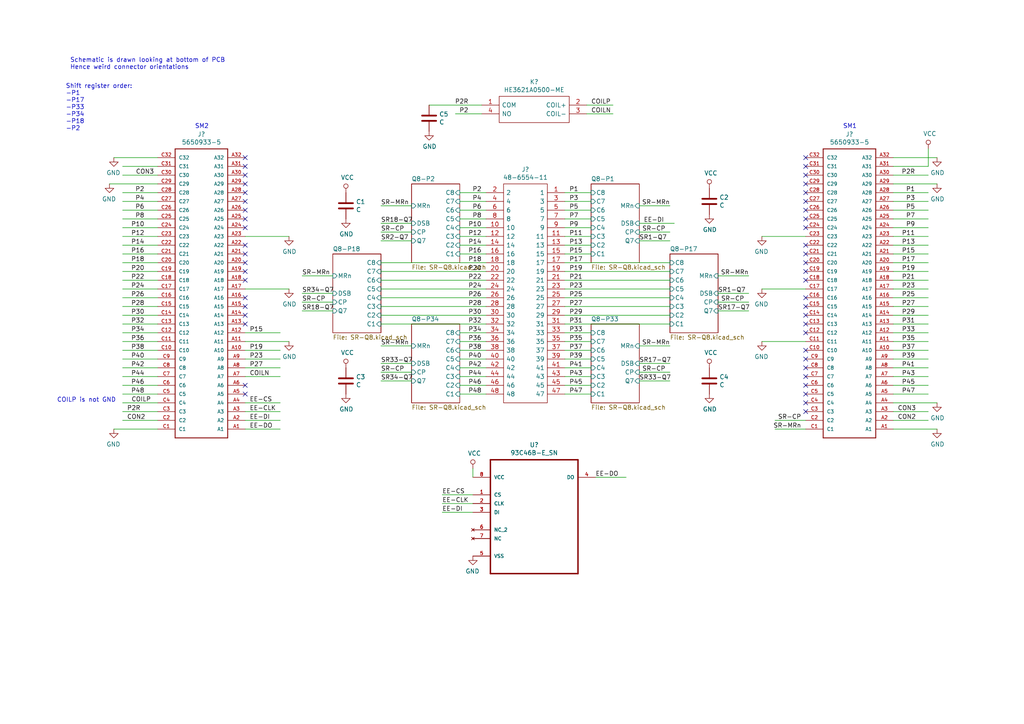
<source format=kicad_sch>
(kicad_sch (version 20211123) (generator eeschema)
  (paper "A4")
  (title_block (date "2019-05-03"))
  (lib_symbols
    (symbol "conn:5650933-5" (pin_names (offset 1.016))
      (property "Reference" "J" (at -7.62 43.815 0))
      (property "Value" "5650933-5" (at -7.62 -43.18 0))
      (symbol "5650933-5_0_0"
        (polyline (pts (xy -7.62 -40.64) (xy -7.62 43.18)) (stroke (width 0.254)))
        (polyline (pts (xy -7.62 43.18) (xy 7.62 43.18)) (stroke (width 0.254)))
        (polyline (pts (xy 7.62 -40.64) (xy -7.62 -40.64)) (stroke (width 0.254)))
        (polyline (pts (xy 7.62 43.18) (xy 7.62 -40.64)) (stroke (width 0.254)))
        (pin passive line (at -12.7 40.64 0) (length 5.08) (name "A1") (number "A1"))
        (pin passive line (at -12.7 17.78 0) (length 5.08) (name "A10") (number "A10"))
        (pin passive line (at -12.7 15.24 0) (length 5.08) (name "A11") (number "A11"))
        (pin passive line (at -12.7 12.7 0) (length 5.08) (name "A12") (number "A12"))
        (pin passive line (at -12.7 10.16 0) (length 5.08) (name "A13") (number "A13"))
        (pin passive line (at -12.7 7.62 0) (length 5.08) (name "A14") (number "A14"))
        (pin passive line (at -12.7 5.08 0) (length 5.08) (name "A15") (number "A15"))
        (pin passive line (at -12.7 2.54 0) (length 5.08) (name "A16") (number "A16"))
        (pin passive line (at -12.7 0 0) (length 5.08) (name "A17") (number "A17"))
        (pin passive line (at -12.7 -2.54 0) (length 5.08) (name "A18") (number "A18"))
        (pin passive line (at -12.7 -5.08 0) (length 5.08) (name "A19") (number "A19"))
        (pin passive line (at -12.7 38.1 0) (length 5.08) (name "A2") (number "A2"))
        (pin passive line (at -12.7 -7.62 0) (length 5.08) (name "A20") (number "A20"))
        (pin passive line (at -12.7 -10.16 0) (length 5.08) (name "A21") (number "A21"))
        (pin passive line (at -12.7 -12.7 0) (length 5.08) (name "A22") (number "A22"))
        (pin passive line (at -12.7 -15.24 0) (length 5.08) (name "A23") (number "A23"))
        (pin passive line (at -12.7 -17.78 0) (length 5.08) (name "A24") (number "A24"))
        (pin passive line (at -12.7 -20.32 0) (length 5.08) (name "A25") (number "A25"))
        (pin passive line (at -12.7 -22.86 0) (length 5.08) (name "A26") (number "A26"))
        (pin passive line (at -12.7 -25.4 0) (length 5.08) (name "A27") (number "A27"))
        (pin passive line (at -12.7 -27.94 0) (length 5.08) (name "A28") (number "A28"))
        (pin passive line (at -12.7 -30.48 0) (length 5.08) (name "A29") (number "A29"))
        (pin passive line (at -12.7 35.56 0) (length 5.08) (name "A3") (number "A3"))
        (pin passive line (at -12.7 -33.02 0) (length 5.08) (name "A30") (number "A30"))
        (pin passive line (at -12.7 -35.56 0) (length 5.08) (name "A31") (number "A31"))
        (pin passive line (at -12.7 -38.1 0) (length 5.08) (name "A32") (number "A32"))
        (pin passive line (at -12.7 33.02 0) (length 5.08) (name "A4") (number "A4"))
        (pin passive line (at -12.7 30.48 0) (length 5.08) (name "A5") (number "A5"))
        (pin passive line (at -12.7 27.94 0) (length 5.08) (name "A6") (number "A6"))
        (pin passive line (at -12.7 25.4 0) (length 5.08) (name "A7") (number "A7"))
        (pin passive line (at -12.7 22.86 0) (length 5.08) (name "A8") (number "A8"))
        (pin passive line (at -12.7 20.32 0) (length 5.08) (name "A9") (number "A9"))
        (pin passive line (at 12.7 40.64 180) (length 5.08) (name "C1") (number "C1"))
        (pin passive line (at 12.7 17.78 180) (length 5.08) (name "C10") (number "C10"))
        (pin passive line (at 12.7 15.24 180) (length 5.08) (name "C11") (number "C11"))
        (pin passive line (at 12.7 12.7 180) (length 5.08) (name "C12") (number "C12"))
        (pin passive line (at 12.7 10.16 180) (length 5.08) (name "C13") (number "C13"))
        (pin passive line (at 12.7 7.62 180) (length 5.08) (name "C14") (number "C14"))
        (pin passive line (at 12.7 5.08 180) (length 5.08) (name "C15") (number "C15"))
        (pin passive line (at 12.7 2.54 180) (length 5.08) (name "C16") (number "C16"))
        (pin passive line (at 12.7 0 180) (length 5.08) (name "C17") (number "C17"))
        (pin passive line (at 12.7 -2.54 180) (length 5.08) (name "C18") (number "C18"))
        (pin passive line (at 12.7 -5.08 180) (length 5.08) (name "C19") (number "C19"))
        (pin passive line (at 12.7 38.1 180) (length 5.08) (name "C2") (number "C2"))
        (pin passive line (at 12.7 -7.62 180) (length 5.08) (name "C20") (number "C20"))
        (pin passive line (at 12.7 -10.16 180) (length 5.08) (name "C21") (number "C21"))
        (pin passive line (at 12.7 -12.7 180) (length 5.08) (name "C22") (number "C22"))
        (pin passive line (at 12.7 -15.24 180) (length 5.08) (name "C23") (number "C23"))
        (pin passive line (at 12.7 -17.78 180) (length 5.08) (name "C24") (number "C24"))
        (pin passive line (at 12.7 -20.32 180) (length 5.08) (name "C25") (number "C25"))
        (pin passive line (at 12.7 -22.86 180) (length 5.08) (name "C26") (number "C26"))
        (pin passive line (at 12.7 -25.4 180) (length 5.08) (name "C27") (number "C27"))
        (pin passive line (at 12.7 -27.94 180) (length 5.08) (name "C28") (number "C28"))
        (pin passive line (at 12.7 -30.48 180) (length 5.08) (name "C29") (number "C29"))
        (pin passive line (at 12.7 35.56 180) (length 5.08) (name "C3") (number "C3"))
        (pin passive line (at 12.7 -33.02 180) (length 5.08) (name "C30") (number "C30"))
        (pin passive line (at 12.7 -35.56 180) (length 5.08) (name "C31") (number "C31"))
        (pin passive line (at 12.7 -38.1 180) (length 5.08) (name "C32") (number "C32"))
        (pin passive line (at 12.7 33.02 180) (length 5.08) (name "C4") (number "C4"))
        (pin passive line (at 12.7 30.48 180) (length 5.08) (name "C5") (number "C5"))
        (pin passive line (at 12.7 27.94 180) (length 5.08) (name "C6") (number "C6"))
        (pin passive line (at 12.7 25.4 180) (length 5.08) (name "C7") (number "C7"))
        (pin passive line (at 12.7 22.86 180) (length 5.08) (name "C8") (number "C8"))
        (pin passive line (at 12.7 20.32 180) (length 5.08) (name "C9") (number "C9"))
      )
    )
    (symbol "relay:HE3621A0500-ME" (pin_names (offset 0.762))
      (property "Reference" "K" (at 26.67 7.62 0))
      (property "Value" "HE3621A0500-ME" (at 26.67 5.08 0))
      (symbol "HE3621A0500-ME_0_0"
        (pin bidirectional line (at 0 0 0) (length 5.08) (name "COM") (number "1"))
        (pin bidirectional line (at 30.48 0 180) (length 5.08) (name "COIL+") (number "2"))
        (pin bidirectional line (at 30.48 -2.54 180) (length 5.08) (name "COIL-") (number "3"))
        (pin bidirectional line (at 0 -2.54 0) (length 5.08) (name "NO") (number "4"))
      )
      (symbol "HE3621A0500-ME_0_1"
        (polyline (pts (xy 5.08 2.54) (xy 25.4 2.54) (xy 25.4 -5.08) (xy 5.08 -5.08) (xy 5.08 2.54)) (stroke (width 0.1524)))
      )
    )
    (symbol "sm48d-rescue:48-6554-11-socket" (pin_names (offset 0.762))
      (property "Reference" "J" (at 19.05 7.62 0))
      (property "Value" "48-6554-11-socket" (at 19.05 5.08 0))
      (symbol "48-6554-11-socket_0_0"
        (pin bidirectional line (at 0 0 0) (length 5.08) (name "1") (number "1"))
        (pin bidirectional line (at 22.86 -10.16 180) (length 5.08) (name "10") (number "10"))
        (pin bidirectional line (at 0 -12.7 0) (length 5.08) (name "11") (number "11"))
        (pin bidirectional line (at 22.86 -12.7 180) (length 5.08) (name "12") (number "12"))
        (pin bidirectional line (at 0 -15.24 0) (length 5.08) (name "13") (number "13"))
        (pin bidirectional line (at 22.86 -15.24 180) (length 5.08) (name "14") (number "14"))
        (pin bidirectional line (at 0 -17.78 0) (length 5.08) (name "15") (number "15"))
        (pin bidirectional line (at 22.86 -17.78 180) (length 5.08) (name "16") (number "16"))
        (pin bidirectional line (at 0 -20.32 0) (length 5.08) (name "17") (number "17"))
        (pin bidirectional line (at 22.86 -20.32 180) (length 5.08) (name "18") (number "18"))
        (pin bidirectional line (at 0 -22.86 0) (length 5.08) (name "19") (number "19"))
        (pin bidirectional line (at 22.86 0 180) (length 5.08) (name "2") (number "2"))
        (pin bidirectional line (at 22.86 -22.86 180) (length 5.08) (name "20") (number "20"))
        (pin bidirectional line (at 0 -25.4 0) (length 5.08) (name "21") (number "21"))
        (pin bidirectional line (at 22.86 -25.4 180) (length 5.08) (name "22") (number "22"))
        (pin bidirectional line (at 0 -27.94 0) (length 5.08) (name "23") (number "23"))
        (pin bidirectional line (at 22.86 -27.94 180) (length 5.08) (name "24") (number "24"))
        (pin bidirectional line (at 0 -30.48 0) (length 5.08) (name "25") (number "25"))
        (pin bidirectional line (at 22.86 -30.48 180) (length 5.08) (name "26") (number "26"))
        (pin bidirectional line (at 0 -33.02 0) (length 5.08) (name "27") (number "27"))
        (pin bidirectional line (at 22.86 -33.02 180) (length 5.08) (name "28") (number "28"))
        (pin bidirectional line (at 0 -35.56 0) (length 5.08) (name "29") (number "29"))
        (pin bidirectional line (at 0 -2.54 0) (length 5.08) (name "3") (number "3"))
        (pin bidirectional line (at 22.86 -35.56 180) (length 5.08) (name "30") (number "30"))
        (pin bidirectional line (at 0 -38.1 0) (length 5.08) (name "31") (number "31"))
        (pin bidirectional line (at 22.86 -38.1 180) (length 5.08) (name "32") (number "32"))
        (pin bidirectional line (at 0 -40.64 0) (length 5.08) (name "33") (number "33"))
        (pin bidirectional line (at 22.86 -40.64 180) (length 5.08) (name "34") (number "34"))
        (pin bidirectional line (at 0 -43.18 0) (length 5.08) (name "35") (number "35"))
        (pin bidirectional line (at 22.86 -43.18 180) (length 5.08) (name "36") (number "36"))
        (pin bidirectional line (at 0 -45.72 0) (length 5.08) (name "37") (number "37"))
        (pin bidirectional line (at 22.86 -45.72 180) (length 5.08) (name "38") (number "38"))
        (pin bidirectional line (at 0 -48.26 0) (length 5.08) (name "39") (number "39"))
        (pin bidirectional line (at 22.86 -2.54 180) (length 5.08) (name "4") (number "4"))
        (pin bidirectional line (at 22.86 -48.26 180) (length 5.08) (name "40") (number "40"))
        (pin bidirectional line (at 0 -5.08 0) (length 5.08) (name "5") (number "5"))
        (pin bidirectional line (at 22.86 -5.08 180) (length 5.08) (name "6") (number "6"))
        (pin bidirectional line (at 0 -7.62 0) (length 5.08) (name "7") (number "7"))
        (pin bidirectional line (at 22.86 -7.62 180) (length 5.08) (name "8") (number "8"))
        (pin bidirectional line (at 0 -10.16 0) (length 5.08) (name "9") (number "9"))
      )
      (symbol "48-6554-11-socket_0_1"
        (rectangle (start 5.08 2.54) (end 17.78 -60.96))
      )
      (symbol "48-6554-11-socket_1_1"
        (pin bidirectional line (at 0 -50.8 0) (length 5.08) (name "41") (number "41"))
        (pin bidirectional line (at 22.86 -50.8 180) (length 5.08) (name "42") (number "42"))
        (pin bidirectional line (at 0 -53.34 0) (length 5.08) (name "43") (number "43"))
        (pin bidirectional line (at 22.86 -53.34 180) (length 5.08) (name "44") (number "44"))
        (pin bidirectional line (at 0 -55.88 0) (length 5.08) (name "45") (number "45"))
        (pin bidirectional line (at 22.86 -55.88 180) (length 5.08) (name "46") (number "46"))
        (pin bidirectional line (at 0 -58.42 0) (length 5.08) (name "47") (number "47"))
        (pin bidirectional line (at 22.86 -58.42 180) (length 5.08) (name "48") (number "48"))
      )
    )
    (symbol "sm48d-rescue:93C46B-E_SN-eeprom" (pin_names (offset 1.016))
      (property "Reference" "U" (at -5.2832 14.732 0))
      (property "Value" "93C46B-E_SN-eeprom" (at -5.9436 -22.7584 0))
      (symbol "93C46B-E_SN-eeprom_0_0"
        (polyline (pts (xy -12.7 -20.32) (xy 12.7 -20.32)) (stroke (width 0.4064)))
        (polyline (pts (xy -12.7 12.7) (xy -12.7 -20.32)) (stroke (width 0.4064)))
        (polyline (pts (xy 12.7 -20.32) (xy 12.7 12.7)) (stroke (width 0.4064)))
        (polyline (pts (xy 12.7 12.7) (xy -12.7 12.7)) (stroke (width 0.4064)))
        (pin input line (at -17.78 2.54 0) (length 5.08) (name "CS") (number "1"))
        (pin input line (at -17.78 0 0) (length 5.08) (name "CLK") (number "2"))
        (pin input line (at -17.78 -2.54 0) (length 5.08) (name "DI") (number "3"))
        (pin output line (at 17.78 7.62 180) (length 5.08) (name "DO") (number "4"))
        (pin passive line (at -17.78 -15.24 0) (length 5.08) (name "VSS") (number "5"))
        (pin no_connect line (at -17.78 -7.62 0) (length 5.08) (name "NC_2") (number "6"))
        (pin no_connect line (at -17.78 -10.16 0) (length 5.08) (name "NC") (number "7"))
        (pin power_in line (at -17.78 7.62 0) (length 5.08) (name "VCC") (number "8"))
      )
    )
    (symbol "sm48d-rescue:C-Device" (pin_numbers hide) (pin_names (offset 0.254))
      (property "Reference" "C" (at 0.635 2.54 0))
      (property "Value" "C-Device" (at 0.635 -2.54 0))
      (symbol "C-Device_0_1"
        (polyline (pts (xy -2.032 -0.762) (xy 2.032 -0.762)) (stroke (width 0.508)))
        (polyline (pts (xy -2.032 0.762) (xy 2.032 0.762)) (stroke (width 0.508)))
      )
      (symbol "C-Device_1_1"
        (pin passive line (at 0 3.81 270) (length 2.794) (name "~") (number "1"))
        (pin passive line (at 0 -3.81 90) (length 2.794) (name "~") (number "2"))
      )
    )
    (symbol "sm48d-rescue:GND-power" (power) (pin_names (offset 0))
      (property "Value" "GND-power" (at 0 -3.81 0))
      (symbol "GND-power_0_1"
        (polyline (pts (xy 0 0) (xy 0 -1.27) (xy 1.27 -1.27) (xy 0 -2.54) (xy -1.27 -1.27) (xy 0 -1.27)))
      )
      (symbol "GND-power_1_1"
        (pin power_in line (at 0 0 270) (length 0) hide (name "GND") (number "1"))
      )
    )
    (symbol "sm48d-rescue:VCC-power" (power) (pin_names (offset 0))
      (property "Value" "VCC-power" (at 0 3.81 0))
      (symbol "VCC-power_0_1"
        (polyline (pts (xy 0 0) (xy 0 1.27)))
        (circle (center 0 1.905) (radius 0.635))
      )
      (symbol "VCC-power_1_1"
        (pin power_in line (at 0 0 90) (length 0) hide (name "VCC") (number "1"))
      )
    )
  )
  (no_connect (at 233.68 93.98))
  (no_connect (at 71.12 55.88))
  (no_connect (at 233.68 109.22))
  (no_connect (at 71.12 91.44))
  (no_connect (at 71.12 60.96))
  (no_connect (at 71.12 81.28))
  (no_connect (at 71.12 50.8))
  (no_connect (at 233.68 50.8))
  (no_connect (at 71.12 58.42))
  (no_connect (at 233.68 91.44))
  (no_connect (at 233.68 48.26))
  (no_connect (at 71.12 78.74))
  (no_connect (at 71.12 93.98))
  (no_connect (at 71.12 76.2))
  (no_connect (at 71.12 53.34))
  (no_connect (at 71.12 71.12))
  (no_connect (at 233.68 60.96))
  (no_connect (at 233.68 78.74))
  (no_connect (at 233.68 45.72))
  (no_connect (at 233.68 106.68))
  (no_connect (at 233.68 111.76))
  (no_connect (at 233.68 73.66))
  (no_connect (at 71.12 88.9))
  (no_connect (at 233.68 63.5))
  (no_connect (at 233.68 66.04))
  (no_connect (at 233.68 58.42))
  (no_connect (at 233.68 101.6))
  (no_connect (at 71.12 48.26))
  (no_connect (at 71.12 111.76))
  (no_connect (at 233.68 55.88))
  (no_connect (at 233.68 76.2))
  (no_connect (at 233.68 114.3))
  (no_connect (at 71.12 73.66))
  (no_connect (at 71.12 86.36))
  (no_connect (at 233.68 86.36))
  (no_connect (at 233.68 88.9))
  (no_connect (at 71.12 45.72))
  (no_connect (at 233.68 71.12))
  (no_connect (at 71.12 63.5))
  (no_connect (at 233.68 81.28))
  (no_connect (at 233.68 96.52))
  (no_connect (at 233.68 116.84))
  (no_connect (at 71.12 114.3))
  (no_connect (at 71.12 66.04))
  (no_connect (at 233.68 104.14))
  (no_connect (at 233.68 53.34))
  (no_connect (at 233.68 119.38))
  (wire (pts (xy 35.56 106.68) (xy 45.72 106.68)))
  (wire (pts (xy 35.56 76.2) (xy 45.72 76.2)))
  (wire (pts (xy 259.08 104.14) (xy 269.24 104.14)))
  (wire (pts (xy 35.56 101.6) (xy 45.72 101.6)))
  (wire (pts (xy 259.08 119.38) (xy 269.24 119.38)))
  (wire (pts (xy 110.49 86.36) (xy 140.97 86.36)))
  (wire (pts (xy 71.12 83.82) (xy 83.82 83.82)))
  (wire (pts (xy 35.56 58.42) (xy 45.72 58.42)))
  (wire (pts (xy 163.83 68.58) (xy 171.45 68.58)))
  (wire (pts (xy 259.08 71.12) (xy 269.24 71.12)))
  (wire (pts (xy 140.97 106.68) (xy 133.35 106.68)))
  (wire (pts (xy 140.97 111.76) (xy 133.35 111.76)))
  (wire (pts (xy 163.83 83.82) (xy 194.31 83.82)))
  (wire (pts (xy 170.18 30.48) (xy 177.8 30.48)))
  (wire (pts (xy 71.12 99.06) (xy 83.82 99.06)))
  (wire (pts (xy 35.56 96.52) (xy 45.72 96.52)))
  (wire (pts (xy 163.83 96.52) (xy 171.45 96.52)))
  (wire (pts (xy 110.49 110.49) (xy 119.38 110.49)))
  (wire (pts (xy 33.02 45.72) (xy 45.72 45.72)))
  (wire (pts (xy 259.08 48.26) (xy 269.24 48.26)))
  (wire (pts (xy 259.08 78.74) (xy 269.24 78.74)))
  (wire (pts (xy 185.42 64.77) (xy 195.58 64.77)))
  (wire (pts (xy 163.83 55.88) (xy 171.45 55.88)))
  (wire (pts (xy 259.08 114.3) (xy 269.24 114.3)))
  (wire (pts (xy 271.78 53.34) (xy 259.08 53.34)))
  (wire (pts (xy 35.56 71.12) (xy 45.72 71.12)))
  (wire (pts (xy 259.08 86.36) (xy 269.24 86.36)))
  (wire (pts (xy 140.97 71.12) (xy 133.35 71.12)))
  (wire (pts (xy 140.97 55.88) (xy 133.35 55.88)))
  (wire (pts (xy 259.08 111.76) (xy 269.24 111.76)))
  (wire (pts (xy 140.97 93.98) (xy 110.49 93.98)))
  (wire (pts (xy 140.97 104.14) (xy 133.35 104.14)))
  (wire (pts (xy 71.12 116.84) (xy 81.28 116.84)))
  (wire (pts (xy 124.46 30.48) (xy 139.7 30.48)))
  (wire (pts (xy 140.97 58.42) (xy 133.35 58.42)))
  (wire (pts (xy 170.18 33.02) (xy 177.8 33.02)))
  (wire (pts (xy 233.68 83.82) (xy 220.98 83.82)))
  (wire (pts (xy 224.79 121.92) (xy 233.68 121.92)))
  (wire (pts (xy 163.83 63.5) (xy 171.45 63.5)))
  (wire (pts (xy 259.08 106.68) (xy 269.24 106.68)))
  (wire (pts (xy 259.08 96.52) (xy 269.24 96.52)))
  (wire (pts (xy 194.31 91.44) (xy 163.83 91.44)))
  (wire (pts (xy 128.27 143.51) (xy 137.16 143.51)))
  (wire (pts (xy 259.08 99.06) (xy 269.24 99.06)))
  (wire (pts (xy 140.97 114.3) (xy 133.35 114.3)))
  (wire (pts (xy 35.56 78.74) (xy 45.72 78.74)))
  (wire (pts (xy 35.56 73.66) (xy 45.72 73.66)))
  (wire (pts (xy 140.97 63.5) (xy 133.35 63.5)))
  (wire (pts (xy 259.08 68.58) (xy 269.24 68.58)))
  (wire (pts (xy 110.49 105.41) (xy 119.38 105.41)))
  (wire (pts (xy 71.12 119.38) (xy 81.28 119.38)))
  (wire (pts (xy 71.12 106.68) (xy 81.28 106.68)))
  (wire (pts (xy 259.08 55.88) (xy 269.24 55.88)))
  (wire (pts (xy 233.68 99.06) (xy 220.98 99.06)))
  (wire (pts (xy 71.12 109.22) (xy 81.28 109.22)))
  (wire (pts (xy 140.97 88.9) (xy 110.49 88.9)))
  (wire (pts (xy 233.68 68.58) (xy 220.98 68.58)))
  (wire (pts (xy 110.49 91.44) (xy 140.97 91.44)))
  (wire (pts (xy 185.42 69.85) (xy 194.31 69.85)))
  (wire (pts (xy 110.49 107.95) (xy 119.38 107.95)))
  (wire (pts (xy 71.12 121.92) (xy 81.28 121.92)))
  (wire (pts (xy 110.49 76.2) (xy 140.97 76.2)))
  (wire (pts (xy 185.42 67.31) (xy 194.31 67.31)))
  (wire (pts (xy 172.72 138.43) (xy 181.61 138.43)))
  (wire (pts (xy 163.83 93.98) (xy 194.31 93.98)))
  (wire (pts (xy 35.56 114.3) (xy 45.72 114.3)))
  (wire (pts (xy 185.42 59.69) (xy 194.31 59.69)))
  (wire (pts (xy 140.97 66.04) (xy 133.35 66.04)))
  (wire (pts (xy 163.83 88.9) (xy 194.31 88.9)))
  (wire (pts (xy 110.49 59.69) (xy 119.38 59.69)))
  (wire (pts (xy 110.49 81.28) (xy 140.97 81.28)))
  (wire (pts (xy 35.56 63.5) (xy 45.72 63.5)))
  (wire (pts (xy 140.97 68.58) (xy 133.35 68.58)))
  (wire (pts (xy 35.56 55.88) (xy 45.72 55.88)))
  (wire (pts (xy 35.56 48.26) (xy 45.72 48.26)))
  (wire (pts (xy 259.08 83.82) (xy 269.24 83.82)))
  (wire (pts (xy 163.83 109.22) (xy 171.45 109.22)))
  (wire (pts (xy 110.49 69.85) (xy 119.38 69.85)))
  (wire (pts (xy 132.08 33.02) (xy 139.7 33.02)))
  (wire (pts (xy 137.16 135.89) (xy 137.16 138.43)))
  (wire (pts (xy 194.31 76.2) (xy 163.83 76.2)))
  (wire (pts (xy 259.08 73.66) (xy 269.24 73.66)))
  (wire (pts (xy 87.63 90.17) (xy 96.52 90.17)))
  (wire (pts (xy 71.12 96.52) (xy 81.28 96.52)))
  (wire (pts (xy 163.83 66.04) (xy 171.45 66.04)))
  (wire (pts (xy 208.28 87.63) (xy 217.17 87.63)))
  (wire (pts (xy 185.42 107.95) (xy 194.31 107.95)))
  (wire (pts (xy 35.56 68.58) (xy 45.72 68.58)))
  (wire (pts (xy 35.56 99.06) (xy 45.72 99.06)))
  (wire (pts (xy 71.12 104.14) (xy 81.28 104.14)))
  (wire (pts (xy 35.56 116.84) (xy 45.72 116.84)))
  (wire (pts (xy 140.97 78.74) (xy 110.49 78.74)))
  (wire (pts (xy 87.63 87.63) (xy 96.52 87.63)))
  (wire (pts (xy 33.02 124.46) (xy 45.72 124.46)))
  (wire (pts (xy 35.56 60.96) (xy 45.72 60.96)))
  (wire (pts (xy 35.56 91.44) (xy 45.72 91.44)))
  (wire (pts (xy 110.49 67.31) (xy 119.38 67.31)))
  (wire (pts (xy 185.42 100.33) (xy 194.31 100.33)))
  (wire (pts (xy 163.83 71.12) (xy 171.45 71.12)))
  (wire (pts (xy 171.45 101.6) (xy 163.83 101.6)))
  (wire (pts (xy 140.97 73.66) (xy 133.35 73.66)))
  (wire (pts (xy 35.56 121.92) (xy 45.72 121.92)))
  (wire (pts (xy 208.28 85.09) (xy 217.17 85.09)))
  (wire (pts (xy 259.08 93.98) (xy 269.24 93.98)))
  (wire (pts (xy 35.56 50.8) (xy 45.72 50.8)))
  (wire (pts (xy 163.83 78.74) (xy 194.31 78.74)))
  (wire (pts (xy 35.56 109.22) (xy 45.72 109.22)))
  (wire (pts (xy 35.56 88.9) (xy 45.72 88.9)))
  (wire (pts (xy 71.12 68.58) (xy 83.82 68.58)))
  (wire (pts (xy 140.97 109.22) (xy 133.35 109.22)))
  (wire (pts (xy 259.08 58.42) (xy 269.24 58.42)))
  (wire (pts (xy 271.78 124.46) (xy 259.08 124.46)))
  (wire (pts (xy 259.08 81.28) (xy 269.24 81.28)))
  (wire (pts (xy 35.56 111.76) (xy 45.72 111.76)))
  (wire (pts (xy 110.49 100.33) (xy 119.38 100.33)))
  (wire (pts (xy 185.42 105.41) (xy 194.31 105.41)))
  (wire (pts (xy 87.63 80.01) (xy 96.52 80.01)))
  (wire (pts (xy 259.08 63.5) (xy 269.24 63.5)))
  (wire (pts (xy 35.56 104.14) (xy 45.72 104.14)))
  (wire (pts (xy 259.08 66.04) (xy 269.24 66.04)))
  (wire (pts (xy 133.35 60.96) (xy 140.97 60.96)))
  (wire (pts (xy 71.12 124.46) (xy 81.28 124.46)))
  (wire (pts (xy 31.75 53.34) (xy 45.72 53.34)))
  (wire (pts (xy 194.31 86.36) (xy 163.83 86.36)))
  (wire (pts (xy 259.08 60.96) (xy 269.24 60.96)))
  (wire (pts (xy 259.08 109.22) (xy 269.24 109.22)))
  (wire (pts (xy 194.31 81.28) (xy 163.83 81.28)))
  (wire (pts (xy 208.28 90.17) (xy 217.17 90.17)))
  (wire (pts (xy 128.27 148.59) (xy 137.16 148.59)))
  (wire (pts (xy 163.83 73.66) (xy 171.45 73.66)))
  (wire (pts (xy 128.27 146.05) (xy 137.16 146.05)))
  (wire (pts (xy 208.28 80.01) (xy 217.17 80.01)))
  (wire (pts (xy 163.83 104.14) (xy 171.45 104.14)))
  (wire (pts (xy 140.97 99.06) (xy 133.35 99.06)))
  (wire (pts (xy 171.45 60.96) (xy 163.83 60.96)))
  (wire (pts (xy 133.35 101.6) (xy 140.97 101.6)))
  (wire (pts (xy 35.56 119.38) (xy 45.72 119.38)))
  (wire (pts (xy 259.08 88.9) (xy 269.24 88.9)))
  (wire (pts (xy 259.08 76.2) (xy 269.24 76.2)))
  (wire (pts (xy 140.97 83.82) (xy 110.49 83.82)))
  (wire (pts (xy 140.97 96.52) (xy 133.35 96.52)))
  (wire (pts (xy 71.12 101.6) (xy 81.28 101.6)))
  (wire (pts (xy 35.56 66.04) (xy 45.72 66.04)))
  (wire (pts (xy 35.56 86.36) (xy 45.72 86.36)))
  (wire (pts (xy 224.79 124.46) (xy 233.68 124.46)))
  (wire (pts (xy 163.83 114.3) (xy 171.45 114.3)))
  (wire (pts (xy 259.08 91.44) (xy 269.24 91.44)))
  (wire (pts (xy 259.08 101.6) (xy 269.24 101.6)))
  (wire (pts (xy 87.63 85.09) (xy 96.52 85.09)))
  (wire (pts (xy 163.83 111.76) (xy 171.45 111.76)))
  (wire (pts (xy 35.56 83.82) (xy 45.72 83.82)))
  (wire (pts (xy 259.08 50.8) (xy 269.24 50.8)))
  (wire (pts (xy 163.83 106.68) (xy 171.45 106.68)))
  (wire (pts (xy 271.78 116.84) (xy 259.08 116.84)))
  (wire (pts (xy 259.08 121.92) (xy 269.24 121.92)))
  (wire (pts (xy 163.83 58.42) (xy 171.45 58.42)))
  (wire (pts (xy 163.83 99.06) (xy 171.45 99.06)))
  (wire (pts (xy 269.24 43.18) (xy 269.24 48.26)))
  (wire (pts (xy 271.78 45.72) (xy 259.08 45.72)))
  (wire (pts (xy 110.49 64.77) (xy 119.38 64.77)))
  (wire (pts (xy 35.56 81.28) (xy 45.72 81.28)))
  (wire (pts (xy 35.56 93.98) (xy 45.72 93.98)))
  (wire (pts (xy 185.42 110.49) (xy 194.31 110.49)))
  (text "SM2" (at 56.515 37.465 0) (effects (font (size 1.27 1.27)) (justify left bottom)))
  (text "Shift register order:\n-P1\n-P17\n-P33\n-P34\n-P18\n-P2" (at 19.05 38.1 0) (effects (font (size 1.27 1.27)) (justify left bottom)))
  (text "SM1" (at 244.475 37.465 0) (effects (font (size 1.27 1.27)) (justify left bottom)))
  (text "COILP is not GND" (at 16.51 116.84 0) (effects (font (size 1.27 1.27)) (justify left bottom)))
  (text "Schematic is drawn looking at bottom of PCB\nHence weird connector orientations" (at 20.32 20.32 0) (effects (font (size 1.27 1.27)) (justify left bottom)))
  (label "SR-CP" (at 110.49 107.95 0))
  (label "P42" (at 41.91 106.68 180))
  (label "CON3" (at 39.37 50.8 0))
  (label "P9" (at 265.43 66.04 180))
  (label "SR17-Q7" (at 185.42 105.41 0))
  (label "EE-DI" (at 128.27 148.59 0))
  (label "P39" (at 265.43 104.14 180))
  (label "COILN" (at 72.39 109.22 0))
  (label "P19" (at 265.43 78.74 180))
  (label "P13" (at 265.43 71.12 180))
  (label "P16" (at 41.91 73.66 180))
  (label "P23" (at 165.1 83.82 0))
  (label "P34" (at 139.7 96.52 180))
  (label "SR18-Q7" (at 110.49 64.77 0))
  (label "P10" (at 139.7 66.04 180))
  (label "P46" (at 41.91 111.76 180))
  (label "SR1-Q7" (at 208.28 85.09 0))
  (label "P32" (at 41.91 93.98 180))
  (label "P19" (at 72.39 101.6 0))
  (label "P45" (at 165.1 111.76 0))
  (label "SR-CP" (at 110.49 67.31 0))
  (label "P36" (at 139.7 99.06 180))
  (label "P40" (at 139.7 104.14 180))
  (label "EE-DO" (at 72.39 124.46 0))
  (label "SR-CP" (at 87.63 87.63 0))
  (label "P11" (at 165.1 68.58 0))
  (label "P38" (at 41.91 101.6 180))
  (label "P13" (at 165.1 71.12 0))
  (label "EE-CLK" (at 128.27 146.05 0))
  (label "P21" (at 265.43 81.28 180))
  (label "P15" (at 72.39 96.52 0))
  (label "P48" (at 41.91 114.3 180))
  (label "P14" (at 41.91 71.12 180))
  (label "P16" (at 139.7 73.66 180))
  (label "P47" (at 165.1 114.3 0))
  (label "SR34-Q7" (at 87.63 85.09 0))
  (label "P8" (at 139.7 63.5 180))
  (label "P14" (at 139.7 71.12 180))
  (label "P2" (at 139.7 55.88 180))
  (label "P39" (at 165.1 104.14 0))
  (label "SR-CP" (at 215.9 87.63 180))
  (label "P24" (at 41.91 83.82 180))
  (label "SR34-Q7" (at 110.49 110.49 0))
  (label "P15" (at 165.1 73.66 0))
  (label "P3" (at 165.1 58.42 0))
  (label "P26" (at 41.91 86.36 180))
  (label "P2R" (at 36.83 119.38 0))
  (label "SR33-Q7" (at 185.42 110.49 0))
  (label "P1" (at 265.43 55.88 180))
  (label "SR-MRn" (at 194.31 100.33 180))
  (label "P43" (at 165.1 109.22 0))
  (label "P35" (at 165.1 99.06 0))
  (label "P10" (at 41.91 66.04 180))
  (label "P3" (at 265.43 58.42 180))
  (label "P20" (at 41.91 78.74 180))
  (label "SR-CP" (at 193.04 67.31 180))
  (label "P6" (at 41.91 60.96 180))
  (label "P34" (at 41.91 96.52 180))
  (label "P36" (at 41.91 99.06 180))
  (label "P5" (at 265.43 60.96 180))
  (label "SR-MRn" (at 194.31 59.69 180))
  (label "P1" (at 165.1 55.88 0))
  (label "P7" (at 165.1 63.5 0))
  (label "P25" (at 165.1 86.36 0))
  (label "P29" (at 165.1 91.44 0))
  (label "CON2" (at 36.83 121.92 0))
  (label "P37" (at 265.43 101.6 180))
  (label "P32" (at 139.7 93.98 180))
  (label "P31" (at 265.43 93.98 180))
  (label "P29" (at 265.43 91.44 180))
  (label "P20" (at 139.7 78.74 180))
  (label "P38" (at 139.7 101.6 180))
  (label "COILP" (at 171.45 30.48 0))
  (label "SR33-Q7" (at 110.49 105.41 0))
  (label "P12" (at 41.91 68.58 180))
  (label "SR-MRn" (at 87.63 80.01 0))
  (label "SR1-Q7" (at 185.42 69.85 0))
  (label "P5" (at 165.1 60.96 0))
  (label "P19" (at 165.1 78.74 0))
  (label "P18" (at 139.7 76.2 180))
  (label "P25" (at 265.43 86.36 180))
  (label "CON2" (at 260.35 121.92 0))
  (label "P6" (at 139.7 60.96 180))
  (label "CON3" (at 260.35 119.38 0))
  (label "SR18-Q7" (at 87.63 90.17 0))
  (label "P45" (at 265.43 111.76 180))
  (label "EE-CLK" (at 72.39 119.38 0))
  (label "P22" (at 139.7 81.28 180))
  (label "P28" (at 41.91 88.9 180))
  (label "SR-CP" (at 193.04 107.95 180))
  (label "P11" (at 265.43 68.58 180))
  (label "P35" (at 265.43 99.06 180))
  (label "P37" (at 165.1 101.6 0))
  (label "P42" (at 139.7 106.68 180))
  (label "EE-DI" (at 72.39 121.92 0))
  (label "P44" (at 139.7 109.22 180))
  (label "P17" (at 165.1 76.2 0))
  (label "P22" (at 41.91 81.28 180))
  (label "P28" (at 139.7 88.9 180))
  (label "P30" (at 139.7 91.44 180))
  (label "SR2-Q7" (at 110.49 69.85 0))
  (label "P43" (at 265.43 109.22 180))
  (label "P40" (at 41.91 104.14 180))
  (label "P48" (at 139.7 114.3 180))
  (label "P23" (at 265.43 83.82 180))
  (label "P41" (at 165.1 106.68 0))
  (label "EE-CS" (at 128.27 143.51 0))
  (label "P12" (at 139.7 68.58 180))
  (label "SR-MRn" (at 110.49 100.33 0))
  (label "SR17-Q7" (at 208.28 90.17 0))
  (label "EE-DI" (at 186.69 64.77 0))
  (label "P23" (at 72.39 104.14 0))
  (label "P41" (at 265.43 106.68 180))
  (label "SR-CP" (at 232.41 121.92 180))
  (label "P15" (at 265.43 73.66 180))
  (label "P31" (at 165.1 93.98 0))
  (label "P27" (at 72.39 106.68 0))
  (label "P4" (at 139.7 58.42 180))
  (label "P21" (at 165.1 81.28 0))
  (label "P33" (at 165.1 96.52 0))
  (label "P2" (at 135.89 33.02 180))
  (label "P2R" (at 135.89 30.48 180))
  (label "P47" (at 265.43 114.3 180))
  (label "EE-DO" (at 172.72 138.43 0))
  (label "SR-MRn" (at 217.17 80.01 180))
  (label "P27" (at 165.1 88.9 0))
  (label "P44" (at 41.91 109.22 180))
  (label "P17" (at 265.43 76.2 180))
  (label "P30" (at 41.91 91.44 180))
  (label "SR-MRn" (at 110.49 59.69 0))
  (label "P8" (at 41.91 63.5 180))
  (label "EE-CS" (at 72.39 116.84 0))
  (label "P46" (at 139.7 111.76 180))
  (label "P24" (at 139.7 83.82 180))
  (label "COILN" (at 171.45 33.02 0))
  (label "SR-MRn" (at 232.41 124.46 180))
  (label "P2R" (at 265.43 50.8 180))
  (label "P26" (at 139.7 86.36 180))
  (label "P9" (at 165.1 66.04 0))
  (label "P4" (at 41.91 58.42 180))
  (label "COILP" (at 38.1 116.84 0))
  (label "P7" (at 265.43 63.5 180))
  (label "P2" (at 41.91 55.88 180))
  (label "P33" (at 265.43 96.52 180))
  (label "P18" (at 41.91 76.2 180))
  (label "P27" (at 265.43 88.9 180))
  (symbol (lib_id "relay:HE3621A0500-ME") (at 139.7 30.48 0) (unit 1)
    (property "Reference" "K?" (at 154.94 23.749 0))
    (property "Value" "HE3621A0500-ME" (at 154.94 26.0604 0))
    (property "Footprint" "HE3621A0500" (effects hide))
    (property "Datasheet" "https://componentsearchengine.com/Datasheets/1/HE3621A0500.pdf" (effects hide))
    (property "Description" "Reed Relays REED RELAY" (effects hide))
    (property "Height" "7" (effects hide))
    (property "Manufacturer_Name" "Hamlin / Littelfuse" (effects hide))
    (property "Manufacturer_Part_Number" "HE3621A0500" (effects hide))
    (property "Mouser Part Number" "934-HE3621A0500" (effects hide))
    (property "Mouser Price/Stock" "https://www.mouser.com/Search/Refine.aspx?Keyword=934-HE3621A0500" (effects hide))
  )
  (symbol (lib_id "sm48d-rescue:93C46B-E_SN-eeprom") (at 154.94 146.05 0) (unit 1)
    (property "Reference" "U?" (at 154.94 129.032 0))
    (property "Value" "93C46B-E_SN" (at 154.94 131.3434 0))
    (property "Footprint" "SOIC127P600X175-8N" (effects hide))
    (property "Datasheet" "93C46 Series 1 Kbit _64 x 16_ 5.5 V Microwire Compatible Serial EEPROM - SOIC-8" (effects hide))
    (property "Field4" "Unavailable" (effects hide))
    (property "Field5" "93C46B-E/SN" (effects hide))
    (property "Field6" "None" (effects hide))
    (property "Field7" "SO-8 Microchip" (effects hide))
    (property "Field8" "Microchip" (effects hide))
  )
  (symbol (lib_id "conn:5650933-5") (at 246.38 83.82 180) (unit 1)
    (property "Reference" "J?" (at 246.38 38.9382 0))
    (property "Value" "5650933-5" (at 246.38 41.2496 0))
    (property "Footprint" "TE_5650933-5" (effects hide))
    (property "Datasheet" "2.54 mm 64 Position Plug Vertical Through Hole Eurocard Type R Connector" (effects hide))
    (property "Field4" "https://www.te.com/usa-en/product-5650933-5.html?te_bu=Cor&te_type=disp&te_campaign=seda_glo_cor-seda-global-disp-prtnr-fy19-seda-model-bom-cta_sma-317_1&elqCampaignId=32493" (effects hide))
    (property "Field5" "5650933-5" (effects hide))
    (property "Field6" "Compliant" (effects hide))
    (property "Field7" "2.54 mm[.1 in]" (effects hide))
    (property "Field8" "5650933-5" (effects hide))
    (property "Field9" "64" (effects hide))
    (property "Field10" "None" (effects hide))
    (property "Field11" "TE Connectivity" (effects hide))
    (property "Field12" "Connector" (effects hide))
    (property "Field13" "A32822-ND" (effects hide))
    (property "Field14" "https://www.digikey.com/product-detail/en/te-connectivity-amp-connectors/5650933-5/A32822-ND/1091282?utm_source=snapeda&utm_medium=aggregator&utm_campaign=symbol" (effects hide))
  )
  (symbol (lib_id "conn:5650933-5") (at 58.42 83.82 180) (unit 1)
    (property "Reference" "J?" (at 58.42 38.9382 0))
    (property "Value" "5650933-5" (at 58.42 41.2496 0))
    (property "Footprint" "TE_5650933-5" (effects hide))
    (property "Datasheet" "2.54 mm 64 Position Plug Vertical Through Hole Eurocard Type R Connector" (effects hide))
    (property "Field4" "https://www.te.com/usa-en/product-5650933-5.html?te_bu=Cor&te_type=disp&te_campaign=seda_glo_cor-seda-global-disp-prtnr-fy19-seda-model-bom-cta_sma-317_1&elqCampaignId=32493" (effects hide))
    (property "Field5" "5650933-5" (effects hide))
    (property "Field6" "Compliant" (effects hide))
    (property "Field7" "2.54 mm[.1 in]" (effects hide))
    (property "Field8" "5650933-5" (effects hide))
    (property "Field9" "64" (effects hide))
    (property "Field10" "None" (effects hide))
    (property "Field11" "TE Connectivity" (effects hide))
    (property "Field12" "Connector" (effects hide))
    (property "Field13" "A32822-ND" (effects hide))
    (property "Field14" "https://www.digikey.com/product-detail/en/te-connectivity-amp-connectors/5650933-5/A32822-ND/1091282?utm_source=snapeda&utm_medium=aggregator&utm_campaign=symbol" (effects hide))
  )
  (symbol (lib_id "sm48d-rescue:48-6554-11-socket") (at 163.83 55.88 0) (mirror y) (unit 1)
    (property "Reference" "J?" (at 152.4 49.149 0))
    (property "Value" "48-6554-11" (at 152.4 51.4604 0))
    (property "Footprint" "40-6554-11" (effects hide))
    (property "Datasheet" "http://www.arieselec.com/products/data/10001-universal-dip-zif-test-socket.pdf" (effects hide))
    (property "Description" "40way universal ZIF socket,0.3/0.6in Aries Electronics 2.54mm Pitch 40 Way Through Hole Universal ZIF Test Socket" (effects hide))
    (property "Manufacturer_Name" "ARIES" (effects hide))
    (property "Manufacturer_Part_Number" "40-6554-10" (effects hide))
    (property "Mouser Part Number" "535-40-6554-10" (effects hide))
    (property "Mouser Price/Stock" "https://www.mouser.com/Search/Refine.aspx?Keyword=535-40-6554-10" (effects hide))
    (property "RS Part Number" "0403831" (effects hide))
    (property "RS Price/Stock" "http://uk.rs-online.com/web/p/products/0403831" (effects hide))
  )
  (symbol (lib_id "sm48d-rescue:GND-power") (at 83.82 99.06 0) (unit 1)
    (property "Reference" "#PWR?" (effects hide))
    (property "Value" "GND" (at 83.947 103.4542 0))
  )
  (symbol (lib_id "sm48d-rescue:GND-power") (at 83.82 68.58 0) (unit 1)
    (property "Reference" "#PWR?" (effects hide))
    (property "Value" "GND" (at 83.947 72.9742 0))
  )
  (symbol (lib_id "sm48d-rescue:GND-power") (at 83.82 83.82 0) (unit 1)
    (property "Reference" "#PWR?" (effects hide))
    (property "Value" "GND" (at 83.947 88.2142 0))
  )
  (symbol (lib_id "sm48d-rescue:GND-power") (at 33.02 45.72 0) (mirror y) (unit 1)
    (property "Reference" "#PWR?" (effects hide))
    (property "Value" "GND" (at 32.893 50.1142 0))
  )
  (symbol (lib_id "sm48d-rescue:GND-power") (at 31.75 53.34 0) (mirror y) (unit 1)
    (property "Reference" "#PWR?" (effects hide))
    (property "Value" "GND" (at 31.623 57.7342 0))
  )
  (symbol (lib_id "sm48d-rescue:GND-power") (at 33.02 124.46 0) (mirror y) (unit 1)
    (property "Reference" "#PWR?" (effects hide))
    (property "Value" "GND" (at 32.893 128.8542 0))
  )
  (symbol (lib_id "sm48d-rescue:GND-power") (at 220.98 99.06 0) (mirror y) (unit 1)
    (property "Reference" "#PWR?" (effects hide))
    (property "Value" "GND" (at 220.853 103.4542 0))
  )
  (symbol (lib_id "sm48d-rescue:GND-power") (at 220.98 68.58 0) (mirror y) (unit 1)
    (property "Reference" "#PWR?" (effects hide))
    (property "Value" "GND" (at 220.853 72.9742 0))
  )
  (symbol (lib_id "sm48d-rescue:GND-power") (at 220.98 83.82 0) (mirror y) (unit 1)
    (property "Reference" "#PWR?" (effects hide))
    (property "Value" "GND" (at 220.853 88.2142 0))
  )
  (symbol (lib_id "sm48d-rescue:GND-power") (at 271.78 124.46 0) (unit 1)
    (property "Reference" "#PWR?" (effects hide))
    (property "Value" "GND" (at 271.907 128.8542 0))
  )
  (symbol (lib_id "sm48d-rescue:GND-power") (at 271.78 116.84 0) (unit 1)
    (property "Reference" "#PWR?" (effects hide))
    (property "Value" "GND" (at 271.907 121.2342 0))
  )
  (symbol (lib_id "sm48d-rescue:GND-power") (at 271.78 45.72 0) (unit 1)
    (property "Reference" "#PWR?" (effects hide))
    (property "Value" "GND" (at 271.907 50.1142 0))
  )
  (symbol (lib_id "sm48d-rescue:GND-power") (at 271.78 53.34 0) (unit 1)
    (property "Reference" "#PWR?" (effects hide))
    (property "Value" "GND" (at 271.907 57.7342 0))
  )
  (symbol (lib_id "sm48d-rescue:GND-power") (at 137.16 161.29 0) (mirror y) (unit 1)
    (property "Reference" "#PWR?" (effects hide))
    (property "Value" "GND" (at 137.033 165.6842 0))
  )
  (symbol (lib_id "sm48d-rescue:VCC-power") (at 269.24 43.18 0) (unit 1)
    (property "Reference" "#PWR?" (effects hide))
    (property "Value" "VCC" (at 269.6718 38.7858 0))
  )
  (symbol (lib_id "sm48d-rescue:VCC-power") (at 137.16 135.89 0) (unit 1)
    (property "Reference" "#PWR?" (effects hide))
    (property "Value" "VCC" (at 137.5918 131.4958 0))
  )
  (symbol (lib_id "sm48d-rescue:C-Device") (at 205.74 58.42 0) (unit 1)
    (property "Reference" "C2" (at 208.661 57.2516 0) (effects (justify left)))
    (property "Value" "C" (at 208.661 59.563 0) (effects (justify left)))
  )
  (symbol (lib_id "sm48d-rescue:VCC-power") (at 205.74 54.61 0) (unit 1)
    (property "Reference" "#PWR?" (effects hide))
    (property "Value" "VCC" (at 206.1718 50.2158 0))
  )
  (symbol (lib_id "sm48d-rescue:GND-power") (at 205.74 62.23 0) (unit 1)
    (property "Reference" "#PWR?" (effects hide))
    (property "Value" "GND" (at 205.867 66.6242 0))
  )
  (symbol (lib_id "sm48d-rescue:C-Device") (at 205.74 110.49 0) (unit 1)
    (property "Reference" "C4" (at 208.661 109.3216 0) (effects (justify left)))
    (property "Value" "C" (at 208.661 111.633 0) (effects (justify left)))
  )
  (symbol (lib_id "sm48d-rescue:VCC-power") (at 205.74 106.68 0) (unit 1)
    (property "Reference" "#PWR?" (effects hide))
    (property "Value" "VCC" (at 206.1718 102.2858 0))
  )
  (symbol (lib_id "sm48d-rescue:GND-power") (at 205.74 114.3 0) (unit 1)
    (property "Reference" "#PWR?" (effects hide))
    (property "Value" "GND" (at 205.867 118.6942 0))
  )
  (symbol (lib_id "sm48d-rescue:C-Device") (at 100.33 59.69 0) (unit 1)
    (property "Reference" "C1" (at 103.251 58.5216 0) (effects (justify left)))
    (property "Value" "C" (at 103.251 60.833 0) (effects (justify left)))
  )
  (symbol (lib_id "sm48d-rescue:VCC-power") (at 100.33 55.88 0) (unit 1)
    (property "Reference" "#PWR?" (effects hide))
    (property "Value" "VCC" (at 100.7618 51.4858 0))
  )
  (symbol (lib_id "sm48d-rescue:GND-power") (at 100.33 63.5 0) (unit 1)
    (property "Reference" "#PWR?" (effects hide))
    (property "Value" "GND" (at 100.457 67.8942 0))
  )
  (symbol (lib_id "sm48d-rescue:C-Device") (at 100.33 110.49 0) (unit 1)
    (property "Reference" "C3" (at 103.251 109.3216 0) (effects (justify left)))
    (property "Value" "C" (at 103.251 111.633 0) (effects (justify left)))
  )
  (symbol (lib_id "sm48d-rescue:VCC-power") (at 100.33 106.68 0) (unit 1)
    (property "Reference" "#PWR?" (effects hide))
    (property "Value" "VCC" (at 100.7618 102.2858 0))
  )
  (symbol (lib_id "sm48d-rescue:GND-power") (at 100.33 114.3 0) (unit 1)
    (property "Reference" "#PWR?" (effects hide))
    (property "Value" "GND" (at 100.457 118.6942 0))
  )
  (symbol (lib_id "sm48d-rescue:C-Device") (at 124.46 34.29 0) (unit 1)
    (property "Reference" "C5" (at 127.381 33.1216 0) (effects (justify left)))
    (property "Value" "C" (at 127.381 35.433 0) (effects (justify left)))
  )
  (symbol (lib_id "sm48d-rescue:GND-power") (at 124.46 38.1 0) (unit 1)
    (property "Reference" "#PWR?" (effects hide))
    (property "Value" "GND" (at 124.587 42.4942 0))
  )
  (sheet (at 171.45 93.98) (size 13.97 22.86)
    (property "Sheet name" "Q8-P33" (at 171.45 93.2684 0) (effects (justify left bottom)))
    (property "Sheet file" "SR-Q8.kicad_sch" (at 171.45 117.4246 0) (effects (justify left top)))
    (pin "C1" input (at 171.45 114.3 180))
    (pin "C2" input (at 171.45 111.76 180))
    (pin "C3" input (at 171.45 109.22 180))
    (pin "C4" input (at 171.45 106.68 180))
    (pin "C5" input (at 171.45 104.14 180))
    (pin "C6" input (at 171.45 101.6 180))
    (pin "C7" input (at 171.45 99.06 180))
    (pin "C8" input (at 171.45 96.52 180))
    (pin "MRn" input (at 185.42 100.33 0))
    (pin "DSB" input (at 185.42 105.41 0))
    (pin "CP" input (at 185.42 107.95 0))
    (pin "Q7" input (at 185.42 110.49 0))
  )
  (sheet (at 194.31 73.66) (size 13.97 22.86)
    (property "Sheet name" "Q8-P17" (at 194.31 72.9484 0) (effects (justify left bottom)))
    (property "Sheet file" "SR-Q8.kicad_sch" (at 194.31 97.1046 0) (effects (justify left top)))
    (pin "C1" input (at 194.31 93.98 180))
    (pin "C2" input (at 194.31 91.44 180))
    (pin "C3" input (at 194.31 88.9 180))
    (pin "C4" input (at 194.31 86.36 180))
    (pin "C5" input (at 194.31 83.82 180))
    (pin "C6" input (at 194.31 81.28 180))
    (pin "C7" input (at 194.31 78.74 180))
    (pin "C8" input (at 194.31 76.2 180))
    (pin "MRn" input (at 208.28 80.01 0))
    (pin "DSB" input (at 208.28 85.09 0))
    (pin "CP" input (at 208.28 87.63 0))
    (pin "Q7" input (at 208.28 90.17 0))
  )
  (sheet (at 171.45 53.34) (size 13.97 22.86)
    (property "Sheet name" "Q8-P1" (at 171.45 52.6284 0) (effects (justify left bottom)))
    (property "Sheet file" "SR-Q8.kicad_sch" (at 171.45 76.7846 0) (effects (justify left top)))
    (pin "C1" input (at 171.45 73.66 180))
    (pin "C2" input (at 171.45 71.12 180))
    (pin "C3" input (at 171.45 68.58 180))
    (pin "C4" input (at 171.45 66.04 180))
    (pin "C5" input (at 171.45 63.5 180))
    (pin "C6" input (at 171.45 60.96 180))
    (pin "C7" input (at 171.45 58.42 180))
    (pin "C8" input (at 171.45 55.88 180))
    (pin "MRn" input (at 185.42 59.69 0))
    (pin "DSB" input (at 185.42 64.77 0))
    (pin "CP" input (at 185.42 67.31 0))
    (pin "Q7" input (at 185.42 69.85 0))
  )
  (sheet (at 119.38 93.98) (size 13.97 22.86)
    (property "Sheet name" "Q8-P34" (at 119.38 93.2684 0) (effects (justify left bottom)))
    (property "Sheet file" "SR-Q8.kicad_sch" (at 119.38 117.4246 0) (effects (justify left top)))
    (pin "C1" input (at 133.35 114.3 0))
    (pin "C2" input (at 133.35 111.76 0))
    (pin "C3" input (at 133.35 109.22 0))
    (pin "C4" input (at 133.35 106.68 0))
    (pin "C5" input (at 133.35 104.14 0))
    (pin "C6" input (at 133.35 101.6 0))
    (pin "C7" input (at 133.35 99.06 0))
    (pin "C8" input (at 133.35 96.52 0))
    (pin "MRn" input (at 119.38 100.33 180))
    (pin "DSB" input (at 119.38 105.41 180))
    (pin "CP" input (at 119.38 107.95 180))
    (pin "Q7" input (at 119.38 110.49 180))
  )
  (sheet (at 96.52 73.66) (size 13.97 22.86)
    (property "Sheet name" "Q8-P18" (at 96.52 72.9484 0) (effects (justify left bottom)))
    (property "Sheet file" "SR-Q8.kicad_sch" (at 96.52 97.1046 0) (effects (justify left top)))
    (pin "C1" input (at 110.49 93.98 0))
    (pin "C2" input (at 110.49 91.44 0))
    (pin "C3" input (at 110.49 88.9 0))
    (pin "C4" input (at 110.49 86.36 0))
    (pin "C5" input (at 110.49 83.82 0))
    (pin "C6" input (at 110.49 81.28 0))
    (pin "C7" input (at 110.49 78.74 0))
    (pin "C8" input (at 110.49 76.2 0))
    (pin "MRn" input (at 96.52 80.01 180))
    (pin "DSB" input (at 96.52 85.09 180))
    (pin "CP" input (at 96.52 87.63 180))
    (pin "Q7" input (at 96.52 90.17 180))
  )
  (sheet (at 119.38 53.34) (size 13.97 22.86)
    (property "Sheet name" "Q8-P2" (at 119.38 52.6284 0) (effects (justify left bottom)))
    (property "Sheet file" "SR-Q8.kicad_sch" (at 119.38 76.7846 0) (effects (justify left top)))
    (pin "C1" input (at 133.35 73.66 0))
    (pin "C2" input (at 133.35 71.12 0))
    (pin "C3" input (at 133.35 68.58 0))
    (pin "C4" input (at 133.35 66.04 0))
    (pin "C5" input (at 133.35 63.5 0))
    (pin "C6" input (at 133.35 60.96 0))
    (pin "C7" input (at 133.35 58.42 0))
    (pin "C8" input (at 133.35 55.88 0))
    (pin "MRn" input (at 119.38 59.69 180))
    (pin "DSB" input (at 119.38 64.77 180))
    (pin "CP" input (at 119.38 67.31 180))
    (pin "Q7" input (at 119.38 69.85 180))
  )
)
</source>
